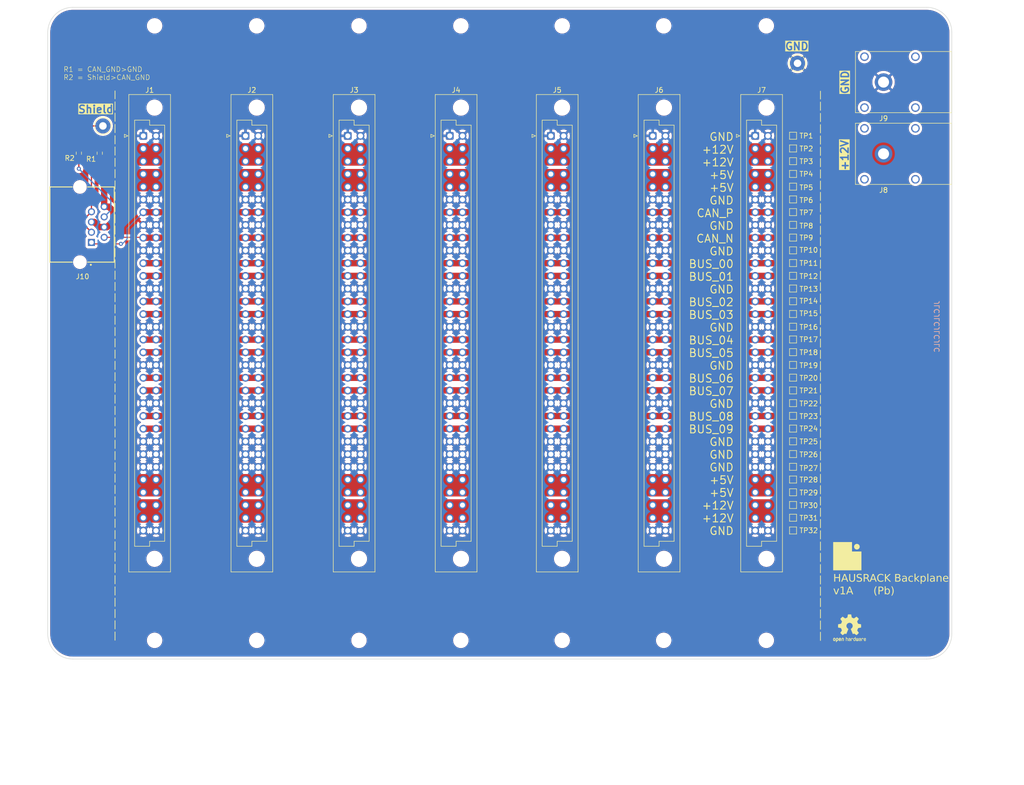
<source format=kicad_pcb>
(kicad_pcb (version 20240108) (generator "pcbnew") (generator_version "8.0")
  (title_block (title "HAUSRACK Test Backplane") (date "2024-04-28") (rev "1") (company "rebma-io"))
  (layers (0 "F.Cu" mixed) (31 "B.Cu" mixed) (34 "B.Paste" user) (35 "F.Paste" user) (36 "B.SilkS" user "B.Silkscreen") (37 "F.SilkS" user "F.Silkscreen") (38 "B.Mask" user) (39 "F.Mask" user) (44 "Edge.Cuts" user))
  (net 0 "")
  (net 1 "/BUS_6")
  (net 2 "/CAN_P")
  (net 3 "+12V")
  (net 4 "GND")
  (net 5 "/+5V")
  (net 6 "/BUS_02")
  (net 7 "/BUS_03")
  (net 8 "/BUS_05")
  (net 9 "/BUS_04")
  (net 10 "/BUS_9")
  (net 11 "/CAN_N")
  (net 12 "/BUS_01")
  (net 13 "/BUS_00")
  (net 14 "/BUS_7")
  (net 15 "/BUS_8")
  (net 16 "/CAN_GND")
  (net 17 "/CAN_SHLD")
  (footprint "TestPoint:TestPoint_Pad_1.0x1.0mm" (layer "F.Cu") (at 199.263 142.9512)
    (property "Reference" "TP22")
    (property "Value" "TestPoint" (hide yes))
  )
  (footprint "TestPoint:TestPoint_Pad_1.0x1.0mm" (layer "F.Cu") (at 199.263 99.7712)
    (property "Reference" "TP5")
    (property "Value" "TestPoint" (hide yes))
  )
  (footprint "MountingHole:MountingHole_2.7mm_M2.5_DIN965" (layer "F.Cu") (at 112.6744 67.691)
    (property "Reference" "H3" (hide yes))
    (property "Value" "MountingHole")
  )
  (footprint "Resistor_SMD:R_0603_1608Metric_Pad0.98x0.95mm_HandSolder" (layer "F.Cu") (at 60.96 93.0929 90)
    (property "Reference" "R1")
    (property "Value" "0R" (hide yes))
  )
  (footprint "TestPoint:TestPoint_Pad_1.0x1.0mm" (layer "F.Cu") (at 199.263 158.1912)
    (property "Reference" "TP28")
    (property "Value" "TestPoint" (hide yes))
  )
  (footprint "TestPoint:TestPoint_Pad_1.0x1.0mm" (layer "F.Cu") (at 199.263 122.6312)
    (property "Reference" "TP14")
    (property "Value" "TestPoint" (hide yes))
  )
  (footprint "MountingHole:MountingHole_2.7mm_M2.5_DIN965" (layer "F.Cu") (at 71.9074 190.2714)
    (property "Reference" "H8" (hide yes))
    (property "Value" "MountingHole")
  )
  (footprint "MountingHole:MountingHole_2.7mm_M2.5_DIN965" (layer "F.Cu") (at 193.929 190.2714)
    (property "Reference" "H14" (hide yes))
    (property "Value" "MountingHole")
  )
  (footprint "MountingHole:MountingHole_2.7mm_M2.5_DIN965" (layer "F.Cu") (at 71.9074 67.691)
    (property "Reference" "H1" (hide yes))
    (property "Value" "MountingHole")
  )
  (footprint "MountingHole:MountingHole_2.7mm_M2.5_DIN965" (layer "F.Cu") (at 173.4566 67.691)
    (property "Reference" "H6" (hide yes))
    (property "Value" "MountingHole")
  )
  (footprint "TestPoint:TestPoint_Pad_1.0x1.0mm" (layer "F.Cu") (at 199.263 135.3312)
    (property "Reference" "TP19")
    (property "Value" "TestPoint" (hide yes))
  )
  (footprint "TestPoint:TestPoint_Pad_1.0x1.0mm" (layer "F.Cu") (at 199.263 165.8112)
    (property "Reference" "TP31")
    (property "Value" "TestPoint" (hide yes))
  )
  (footprint "Connector_DIN:DIN41612_B_2x32_Female_Vertical_THT" (layer "F.Cu") (at 90.0382 89.6366)
    (property "Reference" "J2")
    (property "Value" "DIN41612_02x32_AB")
  )
  (footprint "Symbol:OSHW-Logo2_7.3x6mm_SilkScreen" (layer "F.Cu") (at 210.535439 187.8584)
    (property "Reference" "REF**" (hide yes))
    (property "Value" "OSHW-Logo2_7.3x6mm_SilkScreen" (hide yes))
  )
  (footprint "Connector_DIN:DIN41612_B_2x32_Female_Vertical_THT" (layer "F.Cu") (at 130.7798 89.6366)
    (property "Reference" "J4")
    (property "Value" "DIN41612_02x32_AB")
  )
  (footprint "TestPoint:TestPoint_Pad_1.0x1.0mm" (layer "F.Cu") (at 199.263 117.5512)
    (property "Reference" "TP12")
    (property "Value" "TestPoint" (hide yes))
  )
  (footprint "TestPoint:TestPoint_Pad_1.0x1.0mm" (layer "F.Cu") (at 199.263 89.6112)
    (property "Reference" "TP1")
    (property "Value" "TestPoint" (hide yes))
  )
  (footprint "TestPoint:TestPoint_Pad_1.0x1.0mm" (layer "F.Cu") (at 199.263 155.6512)
    (property "Reference" "TP27")
    (property "Value" "TestPoint" (hide yes))
  )
  (footprint "MountingHole:MountingHole_2.7mm_M2.5_DIN965" (layer "F.Cu") (at 173.4566 190.2714)
    (property "Reference" "H13" (hide yes))
    (property "Value" "MountingHole")
  )
  (footprint "TestPoint:TestPoint_Pad_1.0x1.0mm" (layer "F.Cu") (at 199.263 92.1512)
    (property "Reference" "TP2")
    (property "Value" "TestPoint" (hide yes))
  )
  (footprint "TestPoint:TestPoint_Pad_1.0x1.0mm" (layer "F.Cu") (at 199.263 127.7112)
    (property "Reference" "TP16")
    (property "Value" "TestPoint" (hide yes))
  )
  (footprint "TestPoint:TestPoint_Pad_1.0x1.0mm" (layer "F.Cu") (at 199.263 115.0112)
    (property "Reference" "TP11")
    (property "Value" "TestPoint" (hide yes))
  )
  (footprint "TestPoint:TestPoint_Pad_1.0x1.0mm" (layer "F.Cu") (at 199.263 148.0312)
    (property "Reference" "TP24")
    (property "Value" "TestPoint" (hide yes))
  )
  (footprint "Connector_DIN:DIN41612_B_2x32_Female_Vertical_THT" (layer "F.Cu") (at 69.6468 89.6366)
    (property "Reference" "J1")
    (property "Value" "DIN41612_02x32_AB")
  )
  (footprint "Connector_DIN:DIN41612_B_2x32_Female_Vertical_THT" (layer "F.Cu") (at 150.9474 89.6366)
    (property "Reference" "J5")
    (property "Value" "DIN41612_02x32_AB")
  )
  (footprint "TestPoint:TestPoint_Pad_1.0x1.0mm" (layer "F.Cu") (at 199.263 94.6912)
    (property "Reference" "TP3")
    (property "Value" "TestPoint" (hide yes))
  )
  (footprint "TestPoint:TestPoint_Pad_1.0x1.0mm" (layer "F.Cu") (at 199.263 120.0912)
    (property "Reference" "TP13")
    (property "Value" "TestPoint" (hide yes))
  )
  (footprint "rebma_io:rebma.io Logo with Text" (layer "F.Cu") (at 210.0834 173.482439)
    (property "Reference" "REF**" (hide yes))
    (property "Value" "rebma.io Logo with Text" (hide yes))
  )
  (footprint "TestPoint:TestPoint_Pad_1.0x1.0mm" (layer "F.Cu") (at 199.263 112.4712)
    (property "Reference" "TP10")
    (property "Value" "TestPoint" (hide yes))
  )
  (footprint "TestPoint:TestPoint_Pad_1.0x1.0mm" (layer "F.Cu") (at 199.263 160.7312)
    (property "Reference" "TP29")
    (property "Value" "TestPoint" (hide yes))
  )
  (footprint "TestPoint:TestPoint_Pad_1.0x1.0mm" (layer "F.Cu") (at 199.263 102.3112)
    (property "Reference" "TP6")
    (property "Value" "TestPoint" (hide yes))
  )
  (footprint "TestPoint:TestPoint_Pad_1.0x1.0mm" (layer "F.Cu") (at 199.263 109.9312)
    (property "Reference" "TP9")
    (property "Value" "TestPoint" (hide yes))
  )
  (footprint "TestPoint:TestPoint_Pad_1.0x1.0mm" (layer "F.Cu") (at 199.263 137.8712)
    (property "Reference" "TP20")
    (property "Value" "TestPoint" (hide yes))
  )
  (footprint "TestPoint:TestPoint_Pad_1.0x1.0mm" (layer "F.Cu") (at 199.263 140.4112)
    (property "Reference" "TP21")
    (property "Value" "TestPoint" (hide yes))
  )
  (footprint "TestPoint:TestPoint_Pad_1.0x1.0mm" (layer "F.Cu") (at 199.263 104.8512)
    (property "Reference" "TP7")
    (property "Value" "TestPoint" (hide yes))
  )
  (footprint "Connector:Banana_Cliff_FCR7350B_S16N-PC_Horizontal" (layer "F.Cu") (at 217.3124 78.9178 180)
    (property "Reference" "J9")
    (property "Value" "Conn_01x01_Socket" (hide yes))
  )
  (footprint "TestPoint:TestPoint_Pad_1.0x1.0mm" (layer "F.Cu") (at 199.263 97.2312)
    (property "Reference" "TP4")
    (property "Value" "TestPoint" (hide yes))
  )
  (footprint "MountingHole:MountingHole_2.7mm_M2.5_DIN965" (layer "F.Cu") (at 112.6744 190.2714)
    (property "Reference" "H10" (hide yes))
    (property "Value" "MountingHole")
  )
  (footprint "TestPoint:TestPoint_Pad_1.0x1.0mm" (layer "F.Cu") (at 199.263 150.5712)
    (property "Reference" "TP25")
    (property "Value" "TestPoint" (hide yes))
  )
  (footprint "TestPoint:TestPoint_Pad_1.0x1.0mm" (layer "F.Cu") (at 199.263 107.3912)
    (property "Reference" "TP8")
    (property "Value" "TestPoint" (hide yes))
  )
  (footprint "MountingHole:MountingHole_2.7mm_M2.5_DIN965" (layer "F.Cu") (at 92.2782 67.691)
    (property "Reference" "H2" (hide yes))
    (property "Value" "MountingHole")
  )
  (footprint "MountingHole:MountingHole_2.7mm_M2.5_DIN965" (layer "F.Cu") (at 92.2782 190.2714)
    (property "Reference" "H9" (hide yes))
    (property "Value" "MountingHole")
  )
  (footprint "TestPoint:TestPoint_Pad_1.0x1.0mm" (layer "F.Cu") (at 199.263 132.7912)
    (property "Reference" "TP18")
    (property "Value" "TestPoint" (hide yes))
  )
  (footprint "Connector_DIN:DIN41612_B_2x32_Female_Vertical_THT" (layer "F.Cu") (at 171.2674 89.6366)
    (property "Reference" "J6")
    (property "Value" "DIN41612_02x32_AB")
  )
  (footprint "Resistor_SMD:R_0603_1608Metric_Pad0.98x0.95mm_HandSolder" (layer "F.Cu") (at 56.7944 93.0929 -90)
    (property "Reference" "R2")
    (property "Value" "0R" (hide yes))
  )
  (footprint "MountingHole:MountingHole_2.7mm_M2.5_DIN965" (layer "F.Cu") (at 132.9944 190.2714)
    (property "Reference" "H11" (hide yes))
    (property "Value" "MountingHole")
  )
  (footprint "TestPoint:TestPoint_Loop_D2.54mm_Drill1.5mm_Beaded" (layer "F.Cu") (at 200.152 75.1586)
    (property "Reference" "TP33" (hide yes))
    (property "Value" "GND" (hide yes))
  )
  (footprint "MountingHole:MountingHole_2.7mm_M2.5_DIN965" (layer "F.Cu") (at 193.929 67.691)
    (property "Reference" "H7" (hide yes))
    (property "Value" "MountingHole")
  )
  (footprint "TestPoint:TestPoint_Loop_D2.54mm_Drill1.5mm_Beaded" (layer "F.Cu") (at 61.595 87.6554)
    (property "Reference" "TP34" (hide yes))
    (property "Value" "CAN_SHLD" (hide yes))
  )
  (footprint "MountingHole:MountingHole_2.7mm_M2.5_DIN965" (layer "F.Cu") (at 153.2128 190.2714)
    (property "Reference" "H12" (hide yes))
    (property "Value" "MountingHole")
  )
  (footprint "Connector:Banana_Cliff_FCR7350B_S16N-PC_Horizontal" (layer "F.Cu") (at 217.3124 93.218 180)
    (property "Reference" "J8")
    (property "Value" "Conn_01x01_Socket" (hide yes))
  )
  (footprint "TestPoint:TestPoint_Pad_1.0x1.0mm" (layer "F.Cu") (at 199.263 168.3512)
    (property "Reference" "TP32")
    (property "Value" "TestPoint" (hide yes))
  )
  (footprint "MountingHole:MountingHole_2.7mm_M2.5_DIN965" (layer "F.Cu") (at 153.2128 67.691)
    (property "Reference" "H5" (hide yes))
    (property "Value" "MountingHole")
  )
  (footprint "MountingHole:MountingHole_2.7mm_M2.5_DIN965" (layer "F.Cu") (at 132.9944 67.691)
    (property "Reference" "H4" (hide yes))
    (property "Value" "MountingHole")
  )
  (footprint "TestPoint:TestPoint_Pad_1.0x1.0mm" (layer "F.Cu") (at 199.263 130.2512)
    (property "Reference" "TP17")
    (property "Value" "TestPoint" (hide yes))
  )
  (footprint "Connector_DIN:DIN41612_B_2x32_Female_Vertical_THT" (layer "F.Cu") (at 191.7144 89.6366)
    (property "Reference" "J7")
    (property "Value" "DIN41612_02x32_AB")
  )
  (footprint "TestPoint:TestPoint_Pad_1.0x1.0mm" (layer "F.Cu") (at 199.263 125.1712)
    (property "Reference" "TP15")
    (property "Value" "TestPoint" (hide yes))
  )
  (footprint "TestPoint:TestPoint_Pad_1.0x1.0mm" (layer "F.Cu") (at 199.263 145.4912)
    (property "Reference" "TP23")
    (property "Value" "TestPoint" (hide yes))
  )
  (footprint "TestPoint:TestPoint_Pad_1.0x1.0mm" (layer "F.Cu") (at 199.263 163.2712)
    (property "Reference" "TP30")
    (property "Value" "TestPoint" (hide yes))
  )
  (footprint "TestPoint:TestPoint_Pad_1.0x1.0mm" (layer "F.Cu") (at 199.263 153.1112)
    (property "Reference" "TP26")
    (property "Value" "TestPoint" (hide yes))
  )
  (footprint "Connector_DIN:DIN41612_B_2x32_Female_Vertical_THT" (layer "F.Cu") (at 110.4344 89.6366)
    (property "Reference" "J3")
    (property "Value" "DIN41612_02x32_AB")
  )
  (footprint "rebma_io:GCT_MJ3221-88-0_REVA" (layer "F.Cu") (at 57.434 107.3264 -90)
    (property "Reference" "J10")
    (property "Value" "MJ3221-88-0_REVA" (hide yes))
  )
  (gr_line (start 204.724 190.2968) (end 204.724 80.7212) (stroke (width 0.15) (type dash)) (layer "F.SilkS"))
  (gr_line (start 64.008 190.246) (end 64.008 80.6704) (stroke (width 0.15) (type dash)) (layer "F.SilkS"))
  (gr_arc (start 225.9366 64) (mid 229.472134 65.464466) (end 230.9366 69) (stroke (width 0.1)) (layer "Edge.Cuts"))
  (gr_line (start 225.9366 194) (end 55.5888 194) (stroke (width 0.1)) (layer "Edge.Cuts"))
  (gr_arc (start 230.9366 189) (mid 229.472134 192.535534) (end 225.9366 194) (stroke (width 0.1)) (layer "Edge.Cuts"))
  (gr_arc (start 55.5888 194) (mid 52.053266 192.535534) (end 50.5888 189) (stroke (width 0.1)) (layer "Edge.Cuts"))
  (gr_line (start 55.5888 64) (end 225.9366 64) (stroke (width 0.1)) (layer "Edge.Cuts"))
  (gr_arc (start 50.5888 69) (mid 52.053266 65.464466) (end 55.5888 64) (stroke (width 0.1)) (layer "Edge.Cuts"))
  (gr_line (start 230.9366 69) (end 230.9366 189) (stroke (width 0.1)) (layer "Edge.Cuts"))
  (gr_line (start 50.5888 189) (end 50.5888 69) (stroke (width 0.1)) (layer "Edge.Cuts"))
  (gr_text "JLCJLCJLCJLC" (at 228.5492 122.428 90) (layer "B.SilkS") (effects (font (size 1 1)) (justify left bottom mirror)))
  (gr_text "GND\n+12V\n+12V\n+5V\n+5V\nGND\nCAN_P\nGND\nCAN_N\nGND\nBUS_00\nBUS_01\nGND\nBUS_02\nBUS_03\nGND\nBUS_04\nBUS_05\nGND\nBUS_06\nBUS_07\nGND\nBUS_08\nBUS_09\nGND\nGND\nGND\n+5V\n+5V\n+12V\n+12V\nGND" (at 187.5282 169.3672 0) (layer "F.SilkS") (effects (font (size 1.575 1.575) (thickness 0.196875)) (justify right bottom)))
  (gr_text "HAUSRACK Backplane\nv1A      (Pb)" (at 207.264725 177.0634 0) (layer "F.SilkS") (effects (font (size 1.5 1.5)) (justify left top)))
  (gr_text "GND " (at 210.5152 78.3844 90) (layer "F.SilkS" knockout) (effects (font (size 1.5 1.5) (thickness 0.3) (bold yes)) (justify bottom)))
  (gr_text "Shield" (at 60.1726 85.217 0) (layer "F.SilkS" knockout) (effects (font (size 1.5 1.5) (thickness 0.3) (bold yes)) (justify bottom)))
  (gr_text "+12V" (at 210.439 93.4974 90) (layer "F.SilkS" knockout) (effects (font (size 1.5 1.5) (thickness 0.3) (bold yes)) (justify bottom)))
  (gr_text "GND " (at 200.5838 72.6694 0) (layer "F.SilkS" knockout) (effects (font (size 1.5 1.5) (thickness 0.3) (bold yes)) (justify bottom)))
  (gr_text_box "R1 = CAN_GND>GND\nR2 = Shield>CAN_GND\n" (start 52.923348 75.0316) (end 82.153852 80.965406) (layer "F.SilkS") (effects (font (size 1 1) (thickness 0.1)) (justify left top)) (border no))
  (segment (start 199.2376 137.8966) (end 199.263 137.8712) (width 1.27) (layer "F.Cu") (net 1))
  (segment (start 69.6468 137.8966) (end 199.2376 137.8966) (width 1.27) (layer "F.Cu") (net 1))
  (segment (start 153.4874 104.8766) (end 171.2674 104.8766) (width 1.27) (layer "F.Cu") (net 2))
  (segment (start 130.7798 104.8766) (end 133.3198 104.8766) (width 1.27) (layer "F.Cu") (net 2))
  (segment (start 59.593 111.1804) (end 65.1718 111.1804) (width 0.2) (layer "F.Cu") (net 2))
  (segment (start 65.1718 111.1804) (end 65.1764 111.1758) (width 0.2) (layer "F.Cu") (net 2))
  (segment (start 171.2674 104.8766) (end 173.8074 104.8766) (width 1.27) (layer "F.Cu") (net 2))
  (segment (start 199.2376 104.8766) (end 199.263 104.8512) (width 1.27) (layer "F.Cu") (net 2))
  (segment (start 69.6468 104.8766) (end 72.1868 104.8766) (width 1.27) (layer "F.Cu") (net 2))
  (segment (start 150.9474 104.8766) (end 153.4874 104.8766) (width 1.27) (layer "F.Cu") (net 2))
  (segment (start 194.2544 104.8766) (end 199.2376 104.8766) (width 1.27) (layer "F.Cu") (net 2))
  (segment (start 72.1868 104.8766) (end 90.0382 104.8766) (width 1.27) (layer "F.Cu") (net 2))
  (segment (start 112.9744 104.8766) (end 130.7798 104.8766) (width 1.27) (layer "F.Cu") (net 2))
  (segment (start 191.7144 104.8766) (end 194.2544 104.8766) (width 1.27) (layer "F.Cu") (net 2))
  (segment (start 59.309 110.8964) (end 59.593 111.1804) (width 0.2) (layer "F.Cu") (net 2))
  (segment (start 110.4344 104.8766) (end 112.9744 104.8766) (width 1.27) (layer "F.Cu") (net 2))
  (segment (start 133.3198 104.8766) (end 150.9474 104.8766) (width 1.27) (layer "F.Cu") (net 2))
  (segment (start 173.8074 104.8766) (end 191.7144 104.8766) (width 1.27) (layer "F.Cu") (net 2))
  (segment (start 90.0382 104.8766) (end 92.5782 104.8766) (width 1.27) (layer "F.Cu") (net 2))
  (segment (start 92.5782 104.8766) (end 110.4344 104.8766) (width 1.27) (layer "F.Cu") (net 2))
  (via (at 65.1764 111.1758) (size 0.8) (drill 0.4) (layers "F.Cu" "B.Cu") (net 2))
  (segment (start 66.421 110.236) (end 66.421 108.1024) (width 0.2) (layer "B.Cu") (net 2))
  (segment (start 65.1764 111.1758) (end 65.4812 111.1758) (width 0.2) (layer "B.Cu") (net 2))
  (segment (start 65.4812 111.1758) (end 66.421 110.236) (width 0.2) (layer "B.Cu") (net 2))
  (segment (start 66.421 108.1024) (end 69.6468 104.8766) (width 0.2) (layer "B.Cu") (net 2))
  (segment (start 62.7608 103.7564) (end 61.849 103.7564) (width 1.27) (layer "F.Cu") (net 3))
  (segment (start 61.849 103.7564) (end 61.849 98.9076) (width 1.27) (layer "F.Cu") (net 3))
  (segment (start 59.869739 106.8164) (end 59.309 106.8164) (width 1.27) (layer "F.Cu") (net 3))
  (segment (start 63.688 104.6836) (end 62.7608 103.7564) (width 1.27) (layer "F.Cu") (net 3))
  (segment (start 62.409739 107.8364) (end 63.688 106.558139) (width 1.27) (layer "F.Cu") (net 3))
  (segment (start 60.889739 107.8364) (end 59.869739 106.8164) (width 1.27) (layer "F.Cu") (net 3))
  (segment (start 61.849 107.8364) (end 62.409739 107.8364) (width 1.27) (layer "F.Cu") (net 3))
  (segment (start 61.849 107.8364) (end 60.889739 107.8364) (width 1.27) (layer "F.Cu") (net 3))
  (segment (start 68.6562 93.1672) (end 69.6468 92.1766) (width 1.27) (layer "F.Cu") (net 3))
  (segment (start 63.688 106.558139) (end 63.688 104.6836) (width 1.27) (layer "F.Cu") (net 3))
  (segment (start 61.849 98.9076) (end 67.5894 93.1672) (width 1.27) (layer "F.Cu") (net 3))
  (segment (start 67.5894 93.1672) (end 68.6562 93.1672) (width 1.27) (layer "F.Cu") (net 3))
  (segment (start 69.6468 122.6566) (end 199.2376 122.6566) (width 1.27) (layer "F.Cu") (net 6))
  (segment (start 199.2376 122.6566) (end 199.263 122.6312) (width 1.27) (layer "F.Cu") (net 6))
  (segment (start 199.2376 125.1966) (end 199.263 125.1712) (width 1.27) (layer "F.Cu") (net 7))
  (segment (start 69.6468 125.1966) (end 199.2376 125.1966) (width 1.27) (layer "F.Cu") (net 7))
  (segment (start 69.6468 132.8166) (end 199.2376 132.8166) (width 1.27) (layer "F.Cu") (net 8))
  (segment (start 199.2376 132.8166) (end 199.263 132.7912) (width 1.27) (layer "F.Cu") (net 8))
  (segment (start 69.6468 130.2766) (end 199.2376 130.2766) (width 1.27) (layer "F.Cu") (net 9))
  (segment (start 199.2376 130.2766) (end 199.263 130.2512) (width 1.27) (layer "F.Cu") (net 9))
  (segment (start 69.6468 148.0566) (end 199.2376 148.0566) (width 1.27) (layer "F.Cu") (net 10))
  (segment (start 199.2376 148.0566) (end 199.263 148.0312) (width 1.27) (layer "F.Cu") (net 10))
  (segment (start 153.4874 109.9566) (end 171.2674 109.9566) (width 1.27) (layer "F.Cu") (net 11))
  (segment (start 61.849 109.8764) (end 69.5666 109.8764) (width 0.2) (layer "F.Cu") (net 11))
  (segment (start 72.1868 109.9566) (end 90.0382 109.9566) (width 1.27) (layer "F.Cu") (net 11))
  (segment (start 171.2674 109.9566) (end 173.8074 109.9566) (width 1.27) (layer "F.Cu") (net 11))
  (segment (start 90.0382 109.9566) (end 92.5782 109.9566) (width 1.27) (layer "F.Cu") (net 11))
  (segment (start 92.5782 109.9566) (end 110.4344 109.9566) (width 1.27) (layer "F.Cu") (net 11))
  (segment (start 110.4344 109.9566) (end 112.9744 109.9566) (width 1.27) (layer "F.Cu") (net 11))
  (segment (start 130.7798 109.9566) (end 133.3198 109.9566) (width 1.27) (layer "F.Cu") (net 11))
  (segment (start 133.3198 109.9566) (end 150.9474 109.9566) (width 1.27) (layer "F.Cu") (net 11))
  (segment (start 112.9744 109.9566) (end 130.7798 109.9566) (width 1.27) (layer "F.Cu") (net 11))
  (segment (start 199.2376 109.9566) (end 199.263 109.9312) (width 1.27) (layer "F.Cu") (net 11))
  (segment (start 150.9474 109.9566) (end 153.4874 109.9566) (width 1.27) (layer "F.Cu") (net 11))
  (segment (start 194.2544 109.9566) (end 199.2376 109.9566) (width 1.27) (layer "F.Cu") (net 11))
  (segment (start 191.7144 109.9566) (end 194.2544 109.9566) (width 1.27) (layer "F.Cu") (net 11))
  (segment (start 173.8074 109.9566) (end 191.7144 109.9566) (width 1.27) (layer "F.Cu") (net 11))
  (segment (start 69.5666 109.8764) (end 69.6468 109.9566) (width 0.2) (layer "F.Cu") (net 11))
  (segment (start 69.6468 109.9566) (end 72.1868 109.9566) (width 1.27) (layer "F.Cu") (net 11))
  (segment (start 112.9744 117.5766) (end 199.2376 117.5766) (width 1.27) (layer "F.Cu") (net 12))
  (segment (start 199.2376 117.5766) (end 199.263 117.5512) (width 1.27) (layer "F.Cu") (net 12))
  (segment (start 69.6468 117.5766) (end 72.1868 117.5766) (width 1.27) (layer "F.Cu") (net 12))
  (segment (start 92.5782 117.5766) (end 110.4344 117.5766) (width 1.27) (layer "F.Cu") (net 12))
  (segment (start 72.1868 117.5766) (end 90.0382 117.5766) (width 1.27) (layer "F.Cu") (net 12))
  (segment (start 110.4344 117.5766) (end 112.9744 117.5766) (width 1.27) (layer "F.Cu") (net 12))
  (segment (start 90.0382 117.5766) (end 92.5782 117.5766) (width 1.27) (layer "F.Cu") (net 12))
  (segment (start 171.2674 115.0366) (end 173.8074 115.0366) (width 1.27) (layer "F.Cu") (net 13))
  (segment (start 133.3198 115.0366) (end 150.9474 115.0366) (width 1.27) (layer "F.Cu") (net 13))
  (segment (start 130.7798 115.0366) (end 133.3198 115.0366) (width 1.27) (layer "F.Cu") (net 13))
  (segment (start 110.4344 115.0366) (end 112.9744 115.0366) (width 1.27) (layer "F.Cu") (net 13))
  (segment (start 173.8074 115.0366) (end 191.7144 115.0366) (width 1.27) (layer "F.Cu") (net 13))
  (segment (start 112.9744 115.0366) (end 130.7798 115.0366) (width 1.27) (layer "F.Cu") (net 13))
  (segment (start 153.4874 115.0366) (end 171.2674 115.0366) (width 1.27) (layer "F.Cu") (net 13))
  (segment (start 194.2544 115.0366) (end 199.2376 115.0366) (width 1.27) (layer "F.Cu") (net 13))
  (segment (start 199.2376 115.0366) (end 199.263 115.0112) (width 1.27) (layer "F.Cu") (net 13))
  (segment (start 191.7144 115.0366) (end 194.2544 115.0366) (width 1.27) (layer "F.Cu") (net 13))
  (segment (start 90.0382 115.0366) (end 92.5782 115.0366) (width 1.27) (layer "F.Cu") (net 13))
  (segment (start 150.9474 115.0366) (end 153.4874 115.0366) (width 1.27) (layer "F.Cu") (net 13))
  (segment (start 72.1868 115.0366) (end 90.0382 115.0366) (width 1.27) (layer "F.Cu") (net 13))
  (segment (start 69.6468 115.0366) (end 72.1868 115.0366) (width 1.27) (layer "F.Cu") (net 13))
  (segment (start 92.5782 115.0366) (end 110.4344 115.0366) (width 1.27) (layer "F.Cu") (net 13))
  (segment (start 69.6468 140.4366) (end 92.739348 140.4366) (width 1.27) (layer "F.Cu") (net 14))
  (segment (start 92.764748 140.4112) (end 199.263 140.4112) (width 1.27) (layer "F.Cu") (net 14))
  (segment (start 92.739348 140.4366) (end 92.764748 140.4112) (width 1.27) (layer "F.Cu") (net 14))
  (segment (start 69.6468 145.5166) (end 199.2376 145.5166) (width 1.27) (layer "F.Cu") (net 15))
  (segment (start 199.2376 145.5166) (end 199.263 145.4912) (width 1.27) (layer "F.Cu") (net 15))
  (segment (start 59.309 104.7764) (end 59.309 93.99336) (width 0.25) (layer "F.Cu") (net 16))
  (segment (start 56.7944 92.1804) (end 60.96 92.1804) (width 0.25) (layer "F.Cu") (net 16))
  (segment (start 59.2836 93.96796) (end 60.96 92.29156) (width 0.25) (layer "F.Cu") (net 16))
  (segment (start 59.309 104.7764) (end 57.98 106.1054) (width 0.25) (layer "F.Cu") (net 16))
  (segment (start 57.98 106.1054) (end 57.98 107.5274) (width 0.25) (layer "F.Cu") (net 16))
  (segment (start 60.96 92.29156) (end 60.96 92.1804) (width 0.25) (layer "F.Cu") (net 16))
  (segment (start 57.98 107.5274) (end 59.309 108.8564) (width 0.25) (layer "F.Cu") (net 16))
  (segment (start 59.309 93.99336) (end 59.2836 93.96796) (width 0.25) (layer "F.Cu") (net 16))
  (segment (start 61.595 87.6554) (end 61.2394 87.6554) (width 1.27) (layer "F.Cu") (net 17))
  (segment (start 59.5884 87.6554) (end 61.595 87.6554) (width 0.25) (layer "F.Cu") (net 17))
  (segment (start 55.6944 92.9054) (end 55.6944 91.5494) (width 0.25) (layer "F.Cu") (net 17))
  (segment (start 56.7944 94.0054) (end 56.794401 96.189801) (width 0.25) (layer "F.Cu") (net 17))
  (segment (start 56.7944 94.0054) (end 55.6944 92.9054) (width 0.25) (layer "F.Cu") (net 17))
  (segment (start 55.6944 91.5494) (end 59.5884 87.6554) (width 0.25) (layer "F.Cu") (net 17))
  (via (at 56.794401 96.189801) (size 0.8) (drill 0.4) (layers "F.Cu" "B.Cu") (net 17))
  (segment (start 63.178 104.4674) (end 63.178 102.5734) (width 0.25) (layer "B.Cu") (net 17))
  (segment (start 63.178 102.5734) (end 56.794401 96.189801) (width 0.25) (layer "B.Cu") (net 17))
  (segment (start 61.849 105.7964) (end 63.178 104.4674) (width 0.25) (layer "B.Cu") (net 17))
  (zone (net 5) (net_name "/+5V") (layer "F.Cu") (priority 2) (connect_pads yes (clearance 0.5)) (min_thickness 0.25) (fill yes (thermal_gap 0.5) (thermal_bridge_width 0.5))
    (polygon (pts (xy 66.8274 96.2406) (xy 206.756 96.2406) (xy 205.359 96.2406) (xy 205.359 100.711) (xy 66.8274 100.711) (xy 66.8274 96.2406)))
  )
  (zone (net 3) (net_name "+12V") (layer "F.Cu") (priority 2) (connect_pads yes (clearance 0.5)) (min_thickness 0.25) (fill yes (thermal_gap 0.5) (thermal_bridge_width 0.5))
    (polygon (pts (xy 66.8528 91.1098) (xy 208.8134 91.1098) (xy 209.6516 91.948) (xy 209.6516 95.5802) (xy 66.7766 95.5802) (xy 66.7766 91.186)))
  )
  (zone (net 5) (net_name "/+5V") (layer "F.Cu") (priority 3) (connect_pads yes (clearance 0.5)) (min_thickness 0.25) (fill yes (thermal_gap 0.5) (thermal_bridge_width 0.5))
    (polygon (pts (xy 206.756 96.2406) (xy 206.756 161.5694) (xy 202.0316 161.5694) (xy 201.8284 161.3662) (xy 201.8284 96.3422) (xy 201.93 96.2406)))
  )
  (zone (net 5) (net_name "/+5V") (layer "F.Cu") (priority 2) (connect_pads yes (clearance 0.5)) (min_thickness 0.25) (fill yes (thermal_gap 0.5) (thermal_bridge_width 0.5))
    (polygon (pts (xy 66.691933 157.099) (xy 207.01 157.099) (xy 205.613 157.099) (xy 205.613 161.5694) (xy 66.675 161.5694) (xy 66.675 157.08884)))
  )
  (zone (net 3) (net_name "+12V") (layer "F.Cu") (priority 1) (connect_pads yes (clearance 0.5)) (min_thickness 0.25) (fill yes (thermal_gap 0.5) (thermal_bridge_width 0.5))
    (polygon (pts (xy 66.7258 166.8018) (xy 208.3562 166.8018) (xy 208.788 166.37) (xy 208.788 162.1282) (xy 66.7512 162.1282) (xy 66.675 162.2044) (xy 66.675 166.7764) (xy 66.7258 166.8272)))
  )
  (zone (net 3) (net_name "+12V") (layer "F.Cu") (priority 1) (connect_pads yes (clearance 0.5)) (min_thickness 0.25) (fill yes (thermal_gap 0.5) (thermal_bridge_width 0.5))
    (polygon (pts (xy 211.4804 86.868) (xy 225.425 86.868) (xy 225.425 166.8018) (xy 208.3562 166.8018) (xy 208.3562 86.868) (xy 208.3562 86.868) (xy 211.4804 86.868)))
  )
  (zone (net 4) (net_name "GND") (layers "F&B.Cu") (connect_pads (clearance 0.5)) (min_thickness 0.25) (fill yes (thermal_gap 0.5) (thermal_bridge_width 0.5))
    (polygon (pts (xy 50.5206 62.5348) (xy 232.0798 62.5348) (xy 232.3592 62.8142) (xy 232.3592 195.3768) (xy 61.2902 195.3768) (xy 50.5206 195.3768)))
  )
)
</source>
